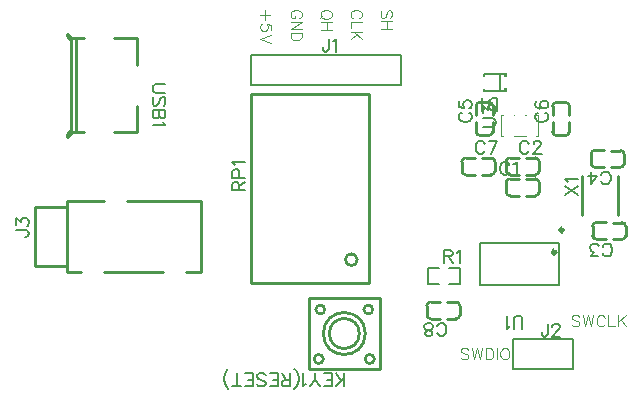
<source format=gto>
G04 Layer: TopSilkscreenLayer*
G04 EasyEDA v6.5.43, 2024-08-27 13:26:19*
G04 cb6e2e9fbd21486d88ae5690d2d3dc00,10*
G04 Gerber Generator version 0.2*
G04 Scale: 100 percent, Rotated: No, Reflected: No *
G04 Dimensions in millimeters *
G04 leading zeros omitted , absolute positions ,4 integer and 5 decimal *
%FSLAX45Y45*%
%MOMM*%

%ADD10C,0.1000*%
%ADD11C,0.1524*%
%ADD12C,0.2540*%
%ADD13C,0.1520*%
%ADD14C,0.2032*%
%ADD15C,0.2030*%
%ADD16C,0.3000*%
%ADD17C,0.0158*%

%LPD*%
D10*
X2251715Y3136389D02*
G01*
X2247143Y3145279D01*
X2238253Y3154423D01*
X2229109Y3158995D01*
X2215393Y3163567D01*
X2192787Y3163567D01*
X2179071Y3158995D01*
X2169927Y3154423D01*
X2160783Y3145279D01*
X2156211Y3136389D01*
X2156211Y3118101D01*
X2160783Y3108957D01*
X2169927Y3099813D01*
X2179071Y3095495D01*
X2192787Y3090923D01*
X2215393Y3090923D01*
X2229109Y3095495D01*
X2238253Y3099813D01*
X2247143Y3108957D01*
X2251715Y3118101D01*
X2251715Y3136389D01*
X2174499Y3122673D02*
G01*
X2147321Y3095495D01*
X2251715Y3060951D02*
G01*
X2156211Y3060951D01*
X2251715Y2997197D02*
G01*
X2156211Y2997197D01*
X2206249Y3060951D02*
G01*
X2206249Y2997197D01*
X1975109Y3095495D02*
G01*
X1984253Y3099813D01*
X1993143Y3108957D01*
X1997715Y3118101D01*
X1997715Y3136389D01*
X1993143Y3145279D01*
X1984253Y3154423D01*
X1975109Y3158995D01*
X1961393Y3163567D01*
X1938787Y3163567D01*
X1925071Y3158995D01*
X1915927Y3154423D01*
X1906783Y3145279D01*
X1902211Y3136389D01*
X1902211Y3118101D01*
X1906783Y3108957D01*
X1915927Y3099813D01*
X1925071Y3095495D01*
X1938787Y3095495D01*
X1938787Y3118101D02*
G01*
X1938787Y3095495D01*
X1997715Y3065269D02*
G01*
X1902211Y3065269D01*
X1997715Y3065269D02*
G01*
X1902211Y3001769D01*
X1997715Y3001769D02*
G01*
X1902211Y3001769D01*
X1997715Y2971797D02*
G01*
X1902211Y2971797D01*
X1997715Y2971797D02*
G01*
X1997715Y2940047D01*
X1993143Y2926331D01*
X1984253Y2917187D01*
X1975109Y2912615D01*
X1961393Y2908043D01*
X1938787Y2908043D01*
X1925071Y2912615D01*
X1915927Y2917187D01*
X1906783Y2926331D01*
X1902211Y2940047D01*
X1902211Y2971797D01*
X2483109Y3095495D02*
G01*
X2492253Y3099813D01*
X2501143Y3108957D01*
X2505715Y3118101D01*
X2505715Y3136389D01*
X2501143Y3145279D01*
X2492253Y3154423D01*
X2483109Y3158995D01*
X2469393Y3163567D01*
X2446787Y3163567D01*
X2433071Y3158995D01*
X2423927Y3154423D01*
X2414783Y3145279D01*
X2410211Y3136389D01*
X2410211Y3118101D01*
X2414783Y3108957D01*
X2423927Y3099813D01*
X2433071Y3095495D01*
X2505715Y3065269D02*
G01*
X2410211Y3065269D01*
X2410211Y3065269D02*
G01*
X2410211Y3010913D01*
X2505715Y2980941D02*
G01*
X2410211Y2980941D01*
X2505715Y2917187D02*
G01*
X2442215Y2980941D01*
X2464821Y2958081D02*
G01*
X2410211Y2917187D01*
X2746253Y3099813D02*
G01*
X2755143Y3108957D01*
X2759715Y3122673D01*
X2759715Y3140961D01*
X2755143Y3154423D01*
X2746253Y3163567D01*
X2737109Y3163567D01*
X2727965Y3158995D01*
X2723393Y3154423D01*
X2718821Y3145279D01*
X2709677Y3118101D01*
X2705359Y3108957D01*
X2700787Y3104385D01*
X2691643Y3099813D01*
X2677927Y3099813D01*
X2668783Y3108957D01*
X2664211Y3122673D01*
X2664211Y3140961D01*
X2668783Y3154423D01*
X2677927Y3163567D01*
X2759715Y3069841D02*
G01*
X2664211Y3069841D01*
X2759715Y3006341D02*
G01*
X2664211Y3006341D01*
X2714249Y3069841D02*
G01*
X2714249Y3006341D01*
X1725681Y3121403D02*
G01*
X1643639Y3121403D01*
X1684787Y3162297D02*
G01*
X1684787Y3080509D01*
X1739143Y2995927D02*
G01*
X1739143Y3041393D01*
X1698249Y3045965D01*
X1702821Y3041393D01*
X1707393Y3027677D01*
X1707393Y3014215D01*
X1702821Y3000499D01*
X1693677Y2991355D01*
X1680215Y2986783D01*
X1671071Y2986783D01*
X1657355Y2991355D01*
X1648211Y3000499D01*
X1643639Y3014215D01*
X1643639Y3027677D01*
X1648211Y3041393D01*
X1652783Y3045965D01*
X1661927Y3050537D01*
X1739143Y2956811D02*
G01*
X1643639Y2920489D01*
X1739143Y2884167D02*
G01*
X1643639Y2920489D01*
X4343654Y569973D02*
G01*
X4334509Y578863D01*
X4320793Y583435D01*
X4302506Y583435D01*
X4289043Y578863D01*
X4279900Y569973D01*
X4279900Y560829D01*
X4284472Y551685D01*
X4289043Y547113D01*
X4298188Y542541D01*
X4325365Y533397D01*
X4334509Y529079D01*
X4339081Y524507D01*
X4343654Y515363D01*
X4343654Y501647D01*
X4334509Y492503D01*
X4320793Y487931D01*
X4302506Y487931D01*
X4289043Y492503D01*
X4279900Y501647D01*
X4373625Y583435D02*
G01*
X4396231Y487931D01*
X4419091Y583435D02*
G01*
X4396231Y487931D01*
X4419091Y583435D02*
G01*
X4441697Y487931D01*
X4464558Y583435D02*
G01*
X4441697Y487931D01*
X4562602Y560829D02*
G01*
X4558029Y569973D01*
X4548886Y578863D01*
X4539995Y583435D01*
X4521708Y583435D01*
X4512563Y578863D01*
X4503420Y569973D01*
X4499102Y560829D01*
X4494529Y547113D01*
X4494529Y524507D01*
X4499102Y510791D01*
X4503420Y501647D01*
X4512563Y492503D01*
X4521708Y487931D01*
X4539995Y487931D01*
X4548886Y492503D01*
X4558029Y501647D01*
X4562602Y510791D01*
X4592574Y583435D02*
G01*
X4592574Y487931D01*
X4592574Y487931D02*
G01*
X4647184Y487931D01*
X4677156Y583435D02*
G01*
X4677156Y487931D01*
X4740909Y583435D02*
G01*
X4677156Y519935D01*
X4700015Y542541D02*
G01*
X4740909Y487931D01*
X3403854Y290573D02*
G01*
X3394709Y299463D01*
X3380993Y304035D01*
X3362706Y304035D01*
X3349243Y299463D01*
X3340100Y290573D01*
X3340100Y281429D01*
X3344672Y272285D01*
X3349243Y267713D01*
X3358388Y263141D01*
X3385565Y253997D01*
X3394709Y249679D01*
X3399281Y245107D01*
X3403854Y235963D01*
X3403854Y222247D01*
X3394709Y213103D01*
X3380993Y208531D01*
X3362706Y208531D01*
X3349243Y213103D01*
X3340100Y222247D01*
X3433825Y304035D02*
G01*
X3456431Y208531D01*
X3479291Y304035D02*
G01*
X3456431Y208531D01*
X3479291Y304035D02*
G01*
X3501897Y208531D01*
X3524758Y304035D02*
G01*
X3501897Y208531D01*
X3554729Y304035D02*
G01*
X3554729Y208531D01*
X3554729Y304035D02*
G01*
X3586479Y304035D01*
X3600195Y299463D01*
X3609086Y290573D01*
X3613658Y281429D01*
X3618229Y267713D01*
X3618229Y245107D01*
X3613658Y231391D01*
X3609086Y222247D01*
X3600195Y213103D01*
X3586479Y208531D01*
X3554729Y208531D01*
X3648202Y304035D02*
G01*
X3648202Y208531D01*
X3705606Y304035D02*
G01*
X3696461Y299463D01*
X3687318Y290573D01*
X3682745Y281429D01*
X3678174Y267713D01*
X3678174Y245107D01*
X3682745Y231391D01*
X3687318Y222247D01*
X3696461Y213103D01*
X3705606Y208531D01*
X3723640Y208531D01*
X3732784Y213103D01*
X3741927Y222247D01*
X3746500Y231391D01*
X3751072Y245107D01*
X3751072Y267713D01*
X3746500Y281429D01*
X3741927Y290573D01*
X3732784Y299463D01*
X3723640Y304035D01*
X3705606Y304035D01*
D11*
X3864693Y467118D02*
G01*
X3864693Y545096D01*
X3859613Y560590D01*
X3849199Y571004D01*
X3833451Y576084D01*
X3823037Y576084D01*
X3807543Y571004D01*
X3797129Y560590D01*
X3792049Y545096D01*
X3792049Y467118D01*
X3757759Y487946D02*
G01*
X3747345Y482612D01*
X3731597Y467118D01*
X3731597Y576084D01*
X3754272Y1854707D02*
G01*
X3748938Y1865121D01*
X3738524Y1875536D01*
X3728364Y1880615D01*
X3707536Y1880615D01*
X3697122Y1875536D01*
X3686708Y1865121D01*
X3681374Y1854707D01*
X3676294Y1838960D01*
X3676294Y1813052D01*
X3681374Y1797557D01*
X3686708Y1787144D01*
X3697122Y1776729D01*
X3707536Y1771650D01*
X3728364Y1771650D01*
X3738524Y1776729D01*
X3748938Y1787144D01*
X3754272Y1797557D01*
X3788562Y1859787D02*
G01*
X3798976Y1865121D01*
X3814470Y1880615D01*
X3814470Y1771650D01*
X3919367Y2032507D02*
G01*
X3914033Y2042921D01*
X3903619Y2053336D01*
X3893459Y2058415D01*
X3872631Y2058415D01*
X3862217Y2053336D01*
X3851803Y2042921D01*
X3846469Y2032507D01*
X3841389Y2016760D01*
X3841389Y1990852D01*
X3846469Y1975357D01*
X3851803Y1964944D01*
X3862217Y1954529D01*
X3872631Y1949450D01*
X3893459Y1949450D01*
X3903619Y1954529D01*
X3914033Y1964944D01*
X3919367Y1975357D01*
X3958737Y2032507D02*
G01*
X3958737Y2037587D01*
X3964071Y2048002D01*
X3969151Y2053336D01*
X3979565Y2058415D01*
X4000393Y2058415D01*
X4010807Y2053336D01*
X4015887Y2048002D01*
X4021221Y2037587D01*
X4021221Y2027173D01*
X4015887Y2016760D01*
X4005473Y2001265D01*
X3953657Y1949450D01*
X4026301Y1949450D01*
X4544822Y1104392D02*
G01*
X4550156Y1093978D01*
X4560570Y1083563D01*
X4570729Y1078484D01*
X4591558Y1078484D01*
X4601972Y1083563D01*
X4612386Y1093978D01*
X4617720Y1104392D01*
X4622800Y1120139D01*
X4622800Y1146047D01*
X4617720Y1161542D01*
X4612386Y1171955D01*
X4601972Y1182370D01*
X4591558Y1187450D01*
X4570729Y1187450D01*
X4560570Y1182370D01*
X4550156Y1171955D01*
X4544822Y1161542D01*
X4500118Y1078484D02*
G01*
X4442968Y1078484D01*
X4474209Y1120139D01*
X4458715Y1120139D01*
X4448302Y1125220D01*
X4442968Y1130300D01*
X4437888Y1146047D01*
X4437888Y1156462D01*
X4442968Y1171955D01*
X4453381Y1182370D01*
X4469129Y1187450D01*
X4484624Y1187450D01*
X4500118Y1182370D01*
X4505452Y1177289D01*
X4510531Y1166876D01*
X4532122Y1713992D02*
G01*
X4537456Y1703578D01*
X4547870Y1693163D01*
X4558029Y1688084D01*
X4578858Y1688084D01*
X4589272Y1693163D01*
X4599686Y1703578D01*
X4605020Y1713992D01*
X4610100Y1729739D01*
X4610100Y1755647D01*
X4605020Y1771142D01*
X4599686Y1781555D01*
X4589272Y1791970D01*
X4578858Y1797050D01*
X4558029Y1797050D01*
X4547870Y1791970D01*
X4537456Y1781555D01*
X4532122Y1771142D01*
X4446015Y1688084D02*
G01*
X4497831Y1760728D01*
X4419854Y1760728D01*
X4446015Y1688084D02*
G01*
X4446015Y1797050D01*
X3352291Y2296972D02*
G01*
X3341877Y2291638D01*
X3331463Y2281224D01*
X3326384Y2271064D01*
X3326384Y2250236D01*
X3331463Y2239822D01*
X3341877Y2229408D01*
X3352291Y2224074D01*
X3368040Y2218994D01*
X3393947Y2218994D01*
X3409441Y2224074D01*
X3419856Y2229408D01*
X3430270Y2239822D01*
X3435350Y2250236D01*
X3435350Y2271064D01*
X3430270Y2281224D01*
X3419856Y2291638D01*
X3409441Y2296972D01*
X3326384Y2393492D02*
G01*
X3326384Y2341676D01*
X3373120Y2336342D01*
X3368040Y2341676D01*
X3362706Y2357170D01*
X3362706Y2372664D01*
X3368040Y2388412D01*
X3378200Y2398826D01*
X3393947Y2403906D01*
X3404361Y2403906D01*
X3419856Y2398826D01*
X3430270Y2388412D01*
X3435350Y2372664D01*
X3435350Y2357170D01*
X3430270Y2341676D01*
X3425190Y2336342D01*
X3414775Y2331262D01*
X3999991Y2296972D02*
G01*
X3989577Y2291638D01*
X3979163Y2281224D01*
X3974084Y2271064D01*
X3974084Y2250236D01*
X3979163Y2239822D01*
X3989577Y2229408D01*
X3999991Y2224074D01*
X4015740Y2218994D01*
X4041647Y2218994D01*
X4057141Y2224074D01*
X4067556Y2229408D01*
X4077970Y2239822D01*
X4083050Y2250236D01*
X4083050Y2271064D01*
X4077970Y2281224D01*
X4067556Y2291638D01*
X4057141Y2296972D01*
X3989577Y2393492D02*
G01*
X3979163Y2388412D01*
X3974084Y2372664D01*
X3974084Y2362504D01*
X3979163Y2346756D01*
X3994911Y2336342D01*
X4020820Y2331262D01*
X4046727Y2331262D01*
X4067556Y2336342D01*
X4077970Y2346756D01*
X4083050Y2362504D01*
X4083050Y2367584D01*
X4077970Y2383078D01*
X4067556Y2393492D01*
X4052061Y2398826D01*
X4046727Y2398826D01*
X4031234Y2393492D01*
X4020820Y2383078D01*
X4015740Y2367584D01*
X4015740Y2362504D01*
X4020820Y2346756D01*
X4031234Y2336342D01*
X4046727Y2331262D01*
X3545077Y2032507D02*
G01*
X3539743Y2042921D01*
X3529329Y2053336D01*
X3519170Y2058415D01*
X3498341Y2058415D01*
X3487927Y2053336D01*
X3477513Y2042921D01*
X3472179Y2032507D01*
X3467100Y2016760D01*
X3467100Y1990852D01*
X3472179Y1975357D01*
X3477513Y1964944D01*
X3487927Y1954529D01*
X3498341Y1949450D01*
X3519170Y1949450D01*
X3529329Y1954529D01*
X3539743Y1964944D01*
X3545077Y1975357D01*
X3652011Y2058415D02*
G01*
X3600195Y1949450D01*
X3579368Y2058415D02*
G01*
X3652011Y2058415D01*
X3652456Y2310384D02*
G01*
X3652456Y2419350D01*
X3652456Y2310384D02*
G01*
X3616134Y2310384D01*
X3600386Y2315463D01*
X3590226Y2325878D01*
X3584892Y2336292D01*
X3579812Y2352039D01*
X3579812Y2377947D01*
X3584892Y2393442D01*
X3590226Y2403855D01*
X3600386Y2414270D01*
X3616134Y2419350D01*
X3652456Y2419350D01*
X3545522Y2331212D02*
G01*
X3535108Y2325878D01*
X3519360Y2310384D01*
X3519360Y2419350D01*
X3529609Y2178011D02*
G01*
X3607587Y2178011D01*
X3623081Y2183091D01*
X3633495Y2193505D01*
X3638575Y2209253D01*
X3638575Y2219667D01*
X3633495Y2235161D01*
X3623081Y2245575D01*
X3607587Y2250655D01*
X3529609Y2250655D01*
X3529609Y2295359D02*
G01*
X3529609Y2352509D01*
X3571265Y2321521D01*
X3571265Y2337015D01*
X3576345Y2347429D01*
X3581425Y2352509D01*
X3597173Y2357843D01*
X3607587Y2357843D01*
X3623081Y2352509D01*
X3633495Y2342095D01*
X3638575Y2326601D01*
X3638575Y2311107D01*
X3633495Y2295359D01*
X3628415Y2290279D01*
X3618001Y2284945D01*
X4228777Y1598434D02*
G01*
X4337743Y1671078D01*
X4228777Y1671078D02*
G01*
X4337743Y1598434D01*
X4249605Y1705368D02*
G01*
X4244271Y1715782D01*
X4228777Y1731530D01*
X4337743Y1731530D01*
X842048Y2535199D02*
G01*
X764070Y2535199D01*
X748576Y2530119D01*
X738162Y2519705D01*
X733082Y2503957D01*
X733082Y2493543D01*
X738162Y2478049D01*
X748576Y2467635D01*
X764070Y2462555D01*
X842048Y2462555D01*
X826554Y2355367D02*
G01*
X836968Y2365781D01*
X842048Y2381529D01*
X842048Y2402103D01*
X836968Y2417851D01*
X826554Y2428265D01*
X816140Y2428265D01*
X805726Y2422931D01*
X800392Y2417851D01*
X795312Y2407437D01*
X784898Y2376195D01*
X779818Y2365781D01*
X774484Y2360701D01*
X764070Y2355367D01*
X748576Y2355367D01*
X738162Y2365781D01*
X733082Y2381529D01*
X733082Y2402103D01*
X738162Y2417851D01*
X748576Y2428265D01*
X842048Y2321077D02*
G01*
X733082Y2321077D01*
X842048Y2321077D02*
G01*
X842048Y2274341D01*
X836968Y2258847D01*
X831634Y2253513D01*
X821220Y2248433D01*
X810806Y2248433D01*
X800392Y2253513D01*
X795312Y2258847D01*
X790232Y2274341D01*
X790232Y2321077D02*
G01*
X790232Y2274341D01*
X784898Y2258847D01*
X779818Y2253513D01*
X769404Y2248433D01*
X753656Y2248433D01*
X743242Y2253513D01*
X738162Y2258847D01*
X733082Y2274341D01*
X733082Y2321077D01*
X821220Y2214143D02*
G01*
X826554Y2203729D01*
X842048Y2188235D01*
X733082Y2188235D01*
X3141624Y431292D02*
G01*
X3146958Y420878D01*
X3157372Y410463D01*
X3167532Y405384D01*
X3188360Y405384D01*
X3198774Y410463D01*
X3209188Y420878D01*
X3214522Y431292D01*
X3219602Y447039D01*
X3219602Y472947D01*
X3214522Y488442D01*
X3209188Y498855D01*
X3198774Y509270D01*
X3188360Y514350D01*
X3167532Y514350D01*
X3157372Y509270D01*
X3146958Y498855D01*
X3141624Y488442D01*
X3081426Y405384D02*
G01*
X3096920Y410463D01*
X3102254Y420878D01*
X3102254Y431292D01*
X3096920Y441705D01*
X3086506Y447039D01*
X3065932Y452120D01*
X3050184Y457200D01*
X3039770Y467613D01*
X3034690Y478028D01*
X3034690Y493776D01*
X3039770Y504189D01*
X3045104Y509270D01*
X3060598Y514350D01*
X3081426Y514350D01*
X3096920Y509270D01*
X3102254Y504189D01*
X3107334Y493776D01*
X3107334Y478028D01*
X3102254Y467613D01*
X3091840Y457200D01*
X3076092Y452120D01*
X3055518Y447039D01*
X3045104Y441705D01*
X3039770Y431292D01*
X3039770Y420878D01*
X3045104Y410463D01*
X3060598Y405384D01*
X3081426Y405384D01*
X3200400Y1131315D02*
G01*
X3200400Y1022350D01*
X3200400Y1131315D02*
G01*
X3247136Y1131315D01*
X3262629Y1126236D01*
X3267963Y1120902D01*
X3273043Y1110487D01*
X3273043Y1100073D01*
X3267963Y1089660D01*
X3262629Y1084579D01*
X3247136Y1079500D01*
X3200400Y1079500D01*
X3236722Y1079500D02*
G01*
X3273043Y1022350D01*
X3307334Y1110487D02*
G01*
X3317747Y1115821D01*
X3333495Y1131315D01*
X3333495Y1022350D01*
X2223770Y2922015D02*
G01*
X2223770Y2838957D01*
X2218436Y2823210D01*
X2213356Y2818129D01*
X2202941Y2813050D01*
X2192527Y2813050D01*
X2182113Y2818129D01*
X2176779Y2823210D01*
X2171700Y2838957D01*
X2171700Y2849371D01*
X2258059Y2901187D02*
G01*
X2268220Y2906521D01*
X2283968Y2922015D01*
X2283968Y2813050D01*
X4077970Y509015D02*
G01*
X4077970Y425957D01*
X4072636Y410210D01*
X4067556Y405129D01*
X4057141Y400050D01*
X4046727Y400050D01*
X4036313Y405129D01*
X4030979Y410210D01*
X4025900Y425957D01*
X4025900Y436371D01*
X4117340Y483107D02*
G01*
X4117340Y488187D01*
X4122420Y498602D01*
X4127754Y503936D01*
X4138168Y509015D01*
X4158995Y509015D01*
X4169409Y503936D01*
X4174490Y498602D01*
X4179570Y488187D01*
X4179570Y477773D01*
X4174490Y467360D01*
X4164075Y451865D01*
X4112259Y400050D01*
X4184904Y400050D01*
X-421716Y1299210D02*
G01*
X-338658Y1299210D01*
X-322910Y1293876D01*
X-317830Y1288795D01*
X-312750Y1278381D01*
X-312750Y1267968D01*
X-317830Y1257554D01*
X-322910Y1252220D01*
X-338658Y1247139D01*
X-349072Y1247139D01*
X-421716Y1343660D02*
G01*
X-421716Y1400810D01*
X-380060Y1369821D01*
X-380060Y1385315D01*
X-374980Y1395729D01*
X-369900Y1400810D01*
X-354152Y1406144D01*
X-343738Y1406144D01*
X-328244Y1400810D01*
X-317830Y1390650D01*
X-312750Y1374902D01*
X-312750Y1359407D01*
X-317830Y1343660D01*
X-322910Y1338579D01*
X-333324Y1333500D01*
X2356180Y-19517D02*
G01*
X2356180Y89448D01*
X2283536Y-19517D02*
G01*
X2356180Y53126D01*
X2330272Y27218D02*
G01*
X2283536Y89448D01*
X2249246Y-19517D02*
G01*
X2249246Y89448D01*
X2249246Y-19517D02*
G01*
X2181682Y-19517D01*
X2249246Y32298D02*
G01*
X2207590Y32298D01*
X2249246Y89448D02*
G01*
X2181682Y89448D01*
X2147392Y-19517D02*
G01*
X2105736Y32298D01*
X2105736Y89448D01*
X2064080Y-19517D02*
G01*
X2105736Y32298D01*
X2029790Y1310D02*
G01*
X2019630Y-4023D01*
X2003882Y-19517D01*
X2003882Y89448D01*
X1933270Y-40345D02*
G01*
X1943684Y-29931D01*
X1954098Y-14437D01*
X1964512Y6390D01*
X1969592Y32298D01*
X1969592Y53126D01*
X1964512Y79288D01*
X1954098Y99862D01*
X1943684Y115610D01*
X1933270Y126024D01*
X1898980Y-19517D02*
G01*
X1898980Y89448D01*
X1898980Y-19517D02*
G01*
X1852244Y-19517D01*
X1836750Y-14437D01*
X1831416Y-9103D01*
X1826336Y1310D01*
X1826336Y11724D01*
X1831416Y22138D01*
X1836750Y27218D01*
X1852244Y32298D01*
X1898980Y32298D01*
X1862658Y32298D02*
G01*
X1826336Y89448D01*
X1792046Y-19517D02*
G01*
X1792046Y89448D01*
X1792046Y-19517D02*
G01*
X1724482Y-19517D01*
X1792046Y32298D02*
G01*
X1750390Y32298D01*
X1792046Y89448D02*
G01*
X1724482Y89448D01*
X1617294Y-4023D02*
G01*
X1627708Y-14437D01*
X1643456Y-19517D01*
X1664030Y-19517D01*
X1679778Y-14437D01*
X1690192Y-4023D01*
X1690192Y6390D01*
X1684858Y16804D01*
X1679778Y22138D01*
X1669364Y27218D01*
X1638122Y37632D01*
X1627708Y42712D01*
X1622628Y48046D01*
X1617294Y58460D01*
X1617294Y73954D01*
X1627708Y84368D01*
X1643456Y89448D01*
X1664030Y89448D01*
X1679778Y84368D01*
X1690192Y73954D01*
X1583004Y-19517D02*
G01*
X1583004Y89448D01*
X1583004Y-19517D02*
G01*
X1515440Y-19517D01*
X1583004Y32298D02*
G01*
X1541602Y32298D01*
X1583004Y89448D02*
G01*
X1515440Y89448D01*
X1444828Y-19517D02*
G01*
X1444828Y89448D01*
X1481150Y-19517D02*
G01*
X1408506Y-19517D01*
X1374216Y-40345D02*
G01*
X1363802Y-29931D01*
X1353388Y-14437D01*
X1342974Y6390D01*
X1337894Y32298D01*
X1337894Y53126D01*
X1342974Y79288D01*
X1353388Y99862D01*
X1363802Y115610D01*
X1374216Y126024D01*
X1408684Y1638300D02*
G01*
X1517650Y1638300D01*
X1408684Y1638300D02*
G01*
X1408684Y1685036D01*
X1413763Y1700529D01*
X1419097Y1705863D01*
X1429512Y1710944D01*
X1439926Y1710944D01*
X1450339Y1705863D01*
X1455420Y1700529D01*
X1460500Y1685036D01*
X1460500Y1638300D01*
X1460500Y1674621D02*
G01*
X1517650Y1710944D01*
X1408684Y1745234D02*
G01*
X1517650Y1745234D01*
X1408684Y1745234D02*
G01*
X1408684Y1791970D01*
X1413763Y1807718D01*
X1419097Y1812797D01*
X1429512Y1818131D01*
X1445005Y1818131D01*
X1455420Y1812797D01*
X1460500Y1807718D01*
X1465834Y1791970D01*
X1465834Y1745234D01*
X1429512Y1852421D02*
G01*
X1424178Y1862836D01*
X1408684Y1878329D01*
X1517650Y1878329D01*
G36*
X3707079Y2507691D02*
G01*
X3707079Y2472436D01*
X3737559Y2472436D01*
X3737559Y2507691D01*
G37*
G36*
X3707079Y2632964D02*
G01*
X3707079Y2597708D01*
X3737559Y2597708D01*
X3737559Y2632964D01*
G37*
X4171914Y1191374D02*
G01*
X4171914Y837095D01*
X3506673Y837095D01*
X3506673Y1191374D01*
X4171914Y1191374D01*
D12*
X4005795Y1703677D02*
G01*
X4005795Y1623674D01*
X3894820Y1734662D02*
G01*
X3974818Y1734662D01*
X3894820Y1592696D02*
G01*
X3974818Y1592696D01*
X3837231Y1735244D02*
G01*
X3757231Y1735244D01*
X3726248Y1704261D02*
G01*
X3726248Y1624263D01*
X3837231Y1593283D02*
G01*
X3757231Y1593283D01*
X4005790Y1881477D02*
G01*
X4005790Y1801474D01*
X3894815Y1912462D02*
G01*
X3974812Y1912462D01*
X3894815Y1770496D02*
G01*
X3974812Y1770496D01*
X3837226Y1913044D02*
G01*
X3757226Y1913044D01*
X3726243Y1882061D02*
G01*
X3726243Y1802063D01*
X3837226Y1771083D02*
G01*
X3757226Y1771083D01*
X4458398Y1255422D02*
G01*
X4458398Y1335425D01*
X4569373Y1224437D02*
G01*
X4489376Y1224437D01*
X4569373Y1366403D02*
G01*
X4489376Y1366403D01*
X4626963Y1223855D02*
G01*
X4706962Y1223855D01*
X4737945Y1254838D02*
G01*
X4737945Y1334836D01*
X4626963Y1365816D02*
G01*
X4706962Y1365816D01*
X4445698Y1865022D02*
G01*
X4445698Y1945025D01*
X4556673Y1834037D02*
G01*
X4476676Y1834037D01*
X4556673Y1976003D02*
G01*
X4476676Y1976003D01*
X4614263Y1833455D02*
G01*
X4694262Y1833455D01*
X4725245Y1864438D02*
G01*
X4725245Y1944436D01*
X4614263Y1975416D02*
G01*
X4694262Y1975416D01*
X3503322Y2383396D02*
G01*
X3583325Y2383396D01*
X3472337Y2272421D02*
G01*
X3472337Y2352418D01*
X3614303Y2272421D02*
G01*
X3614303Y2352418D01*
X3471755Y2214831D02*
G01*
X3471755Y2134831D01*
X3502738Y2103848D02*
G01*
X3582736Y2103848D01*
X3613716Y2214831D02*
G01*
X3613716Y2134831D01*
X4151022Y2383396D02*
G01*
X4231025Y2383396D01*
X4120037Y2272421D02*
G01*
X4120037Y2352418D01*
X4262003Y2272421D02*
G01*
X4262003Y2352418D01*
X4119455Y2214831D02*
G01*
X4119455Y2134831D01*
X4150438Y2103848D02*
G01*
X4230436Y2103848D01*
X4261416Y2214831D02*
G01*
X4261416Y2134831D01*
X3631501Y1881477D02*
G01*
X3631501Y1801474D01*
X3520526Y1912462D02*
G01*
X3600523Y1912462D01*
X3520526Y1770496D02*
G01*
X3600523Y1770496D01*
X3462936Y1913044D02*
G01*
X3382937Y1913044D01*
X3351954Y1882061D02*
G01*
X3351954Y1802063D01*
X3462936Y1771083D02*
G01*
X3382937Y1771083D01*
D13*
X3539434Y2625321D02*
G01*
X3539434Y2604698D01*
X3539434Y2480078D02*
G01*
X3539434Y2499700D01*
D11*
X3714678Y2480078D02*
G01*
X3539434Y2480078D01*
X3714678Y2625321D02*
G01*
X3539434Y2625321D01*
X3674234Y2480078D02*
G01*
X3674234Y2625321D01*
D10*
X3982211Y2274397D02*
G01*
X3996806Y2274397D01*
X3887213Y2274397D02*
G01*
X3891381Y2274397D01*
X3792220Y2274397D02*
G01*
X3796385Y2274397D01*
X3686804Y2274397D02*
G01*
X3701389Y2274397D01*
X3982211Y2094395D02*
G01*
X3996806Y2094395D01*
X3792220Y2094395D02*
G01*
X3891384Y2094395D01*
X3686804Y2094395D02*
G01*
X3701392Y2094395D01*
X3686804Y2094395D02*
G01*
X3686804Y2274397D01*
X3996806Y2094395D02*
G01*
X3996806Y2274397D01*
D12*
X4674293Y1763534D02*
G01*
X4674293Y1433334D01*
X4369493Y1763534D02*
G01*
X4369493Y1433334D01*
X53301Y2125243D02*
G01*
X11264Y2086533D01*
X11264Y2115896D01*
X44284Y2146376D01*
X44284Y2909138D01*
X6184Y2944698D01*
X6184Y2961131D01*
X11264Y2961131D01*
X53301Y2925241D01*
X603313Y2924251D02*
G01*
X603313Y2699918D01*
X603313Y2348585D02*
G01*
X603313Y2134252D01*
X603313Y2924251D02*
G01*
X406412Y2924251D01*
X150177Y2924251D02*
G01*
X53301Y2924251D01*
X603313Y2134252D02*
G01*
X406412Y2134252D01*
X150177Y2134252D02*
G01*
X53301Y2134252D01*
X87800Y2924225D02*
G01*
X87800Y2134227D01*
X3055200Y582322D02*
G01*
X3055200Y662325D01*
X3166176Y551337D02*
G01*
X3086178Y551337D01*
X3166176Y693303D02*
G01*
X3086178Y693303D01*
X3223765Y550755D02*
G01*
X3303765Y550755D01*
X3334748Y581738D02*
G01*
X3334748Y661736D01*
X3223765Y692716D02*
G01*
X3303765Y692716D01*
D11*
X3243021Y848339D02*
G01*
X3338908Y848339D01*
X3338908Y980460D01*
X3243021Y980460D01*
X3157778Y848339D02*
G01*
X3061891Y848339D01*
X3061891Y980460D01*
X3157778Y980460D01*
D14*
X1752600Y2781300D02*
G01*
X1562100Y2781300D01*
X1562100Y2527300D01*
X2832100Y2527300D01*
X2832100Y2781300D01*
D15*
X2832100Y2781300D02*
G01*
X1752600Y2781300D01*
X4292600Y381000D02*
G01*
X3975100Y381000D01*
D14*
X4292600Y381000D02*
G01*
X4292600Y127000D01*
X3784600Y127000D01*
X3784600Y381000D01*
X3975100Y381000D01*
D12*
X8379Y996061D02*
G01*
X-261620Y996061D01*
X-261620Y1496060D01*
X8379Y1496060D01*
X10160Y944879D02*
G01*
X125404Y944879D01*
X321635Y944879D02*
G01*
X821364Y944879D01*
X1017595Y944879D02*
G01*
X1140160Y944879D01*
X1140160Y944879D02*
G01*
X1140160Y1544881D01*
X1140160Y1544881D02*
G01*
X519755Y1544881D01*
X323524Y1544881D02*
G01*
X10160Y1544881D01*
X10160Y1544881D02*
G01*
X10160Y944879D01*
X2656179Y125999D02*
G01*
X2056180Y125999D01*
X2656179Y725972D02*
G01*
X2656179Y125973D01*
X2056180Y725998D02*
G01*
X2656179Y725998D01*
X2056180Y125999D02*
G01*
X2056180Y725998D01*
X2565400Y851103D02*
G01*
X1565402Y851103D01*
X1565402Y2451100D01*
X2565400Y2451100D01*
X2565400Y851103D01*
G75*
G01*
X3726244Y1704261D02*
G02*
X3757226Y1735244I30982J0D01*
G75*
G01*
X3757226Y1593278D02*
G02*
X3726244Y1624264I0J30983D01*
G75*
G01*
X3974813Y1734663D02*
G02*
X4005796Y1703677I0J-30983D01*
G75*
G01*
X4005796Y1623680D02*
G02*
X3974813Y1592697I-30983J0D01*
G75*
G01*
X3726238Y1882061D02*
G02*
X3757221Y1913044I30983J0D01*
G75*
G01*
X3757221Y1771078D02*
G02*
X3726238Y1802064I0J30983D01*
G75*
G01*
X3974808Y1912463D02*
G02*
X4005791Y1881477I0J-30983D01*
G75*
G01*
X4005791Y1801480D02*
G02*
X3974808Y1770497I-30983J0D01*
G75*
G01*
X4737951Y1254839D02*
G02*
X4706968Y1223856I-30983J0D01*
G75*
G01*
X4706968Y1365822D02*
G02*
X4737951Y1334836I0J-30983D01*
G75*
G01*
X4489381Y1224437D02*
G02*
X4458399Y1255423I0J30983D01*
G75*
G01*
X4458399Y1335420D02*
G02*
X4489381Y1366403I30982J0D01*
G75*
G01*
X4725251Y1864439D02*
G02*
X4694268Y1833456I-30983J0D01*
G75*
G01*
X4694268Y1975422D02*
G02*
X4725251Y1944436I0J-30983D01*
G75*
G01*
X4476681Y1834037D02*
G02*
X4445699Y1865023I0J30983D01*
G75*
G01*
X4445699Y1945020D02*
G02*
X4476681Y1976003I30982J0D01*
G75*
G01*
X3502739Y2103844D02*
G02*
X3471756Y2134827I0J30983D01*
G75*
G01*
X3613722Y2134827D02*
G02*
X3582736Y2103844I-30983J0D01*
G75*
G01*
X3472337Y2352413D02*
G02*
X3503323Y2383396I30983J0D01*
G75*
G01*
X3583320Y2383396D02*
G02*
X3614303Y2352413I0J-30983D01*
G75*
G01*
X4150439Y2103844D02*
G02*
X4119456Y2134827I0J30983D01*
G75*
G01*
X4261422Y2134827D02*
G02*
X4230436Y2103844I-30983J0D01*
G75*
G01*
X4120037Y2352413D02*
G02*
X4151023Y2383396I30983J0D01*
G75*
G01*
X4231020Y2383396D02*
G02*
X4262003Y2352413I0J-30983D01*
G75*
G01*
X3351949Y1882061D02*
G02*
X3382932Y1913044I30983J0D01*
G75*
G01*
X3382932Y1771078D02*
G02*
X3351949Y1802064I0J30983D01*
G75*
G01*
X3600519Y1912463D02*
G02*
X3631501Y1881477I0J-30983D01*
G75*
G01*
X3631501Y1801480D02*
G02*
X3600519Y1770497I-30982J0D01*
G75*
G01*
X3334753Y581739D02*
G02*
X3303770Y550756I-30983J0D01*
G75*
G01*
X3303770Y692722D02*
G02*
X3334753Y661736I0J-30983D01*
G75*
G01*
X3086184Y551337D02*
G02*
X3055201Y582323I0J30983D01*
G75*
G01*
X3055201Y662320D02*
G02*
X3086184Y693303I30983J0D01*
D16*
G75*
G01
X4146804Y1116127D02*
G03X4146804Y1116127I-15011J0D01*
G75*
G01
X4210228Y1301318D02*
G03X4210228Y1301318I-15011J0D01*
D10*
G75*
G01
X4019601Y2336749D02*
G03X4019601Y2336749I-12700J0D01*
D12*
G75*
G01
X2610180Y210083D02*
G03X2610180Y210083I-38100J0D01*
G75*
G01
X2178380Y210083D02*
G03X2178380Y210083I-38100J0D01*
G75*
G01
X2597480Y629183D02*
G03X2597480Y629183I-38100J0D01*
G75*
G01
X2191080Y629183D02*
G03X2191080Y629183I-38100J0D01*
G75*
G01
X2533980Y425983D02*
G03X2533980Y425983I-177800J0D01*
G75*
G01
X2483180Y425983D02*
G03X2483180Y425983I-127000J0D01*
G75*
G01
X2465426Y1051103D02*
G03X2465426Y1051103I-50013J0D01*
M02*

</source>
